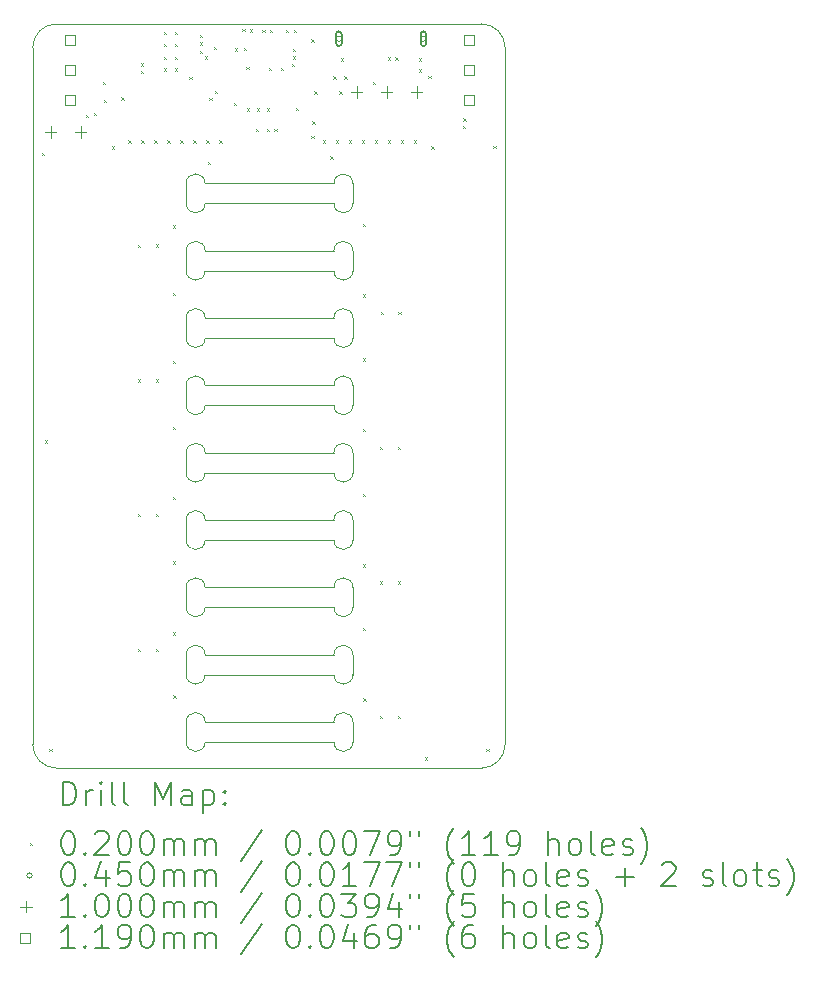
<source format=gbr>
%TF.GenerationSoftware,KiCad,Pcbnew,(6.0.7)*%
%TF.CreationDate,2022-10-27T11:39:42+02:00*%
%TF.ProjectId,FluidPresenceSensor,466c7569-6450-4726-9573-656e63655365,rev?*%
%TF.SameCoordinates,Original*%
%TF.FileFunction,Drillmap*%
%TF.FilePolarity,Positive*%
%FSLAX45Y45*%
G04 Gerber Fmt 4.5, Leading zero omitted, Abs format (unit mm)*
G04 Created by KiCad (PCBNEW (6.0.7)) date 2022-10-27 11:39:42*
%MOMM*%
%LPD*%
G01*
G04 APERTURE LIST*
%ADD10C,0.100000*%
%ADD11C,0.200000*%
%ADD12C,0.020000*%
%ADD13C,0.045000*%
%ADD14C,0.119000*%
G04 APERTURE END LIST*
D10*
X8800000Y-5660000D02*
G75*
G03*
X8960000Y-5660000I80000J0D01*
G01*
X10210000Y-8910000D02*
G75*
G03*
X10050000Y-8910000I-80000J0D01*
G01*
X10210000Y-7200000D02*
G75*
G03*
X10050000Y-7200000I-80000J0D01*
G01*
X7700000Y-3000000D02*
G75*
G03*
X7500000Y-3200000I0J-200000D01*
G01*
X8800000Y-7940000D02*
X8800000Y-7770000D01*
X8960000Y-4350000D02*
X10050000Y-4350000D01*
X10210000Y-4350000D02*
G75*
G03*
X10050000Y-4350000I-80000J0D01*
G01*
X10050000Y-6800000D02*
G75*
G03*
X10210000Y-6800000I80000J0D01*
G01*
X10050000Y-5660000D02*
G75*
G03*
X10210000Y-5660000I80000J0D01*
G01*
X8960000Y-7200000D02*
G75*
G03*
X8800000Y-7200000I-80000J0D01*
G01*
X8960000Y-7770000D02*
X10050000Y-7770000D01*
X8960000Y-7770000D02*
G75*
G03*
X8800000Y-7770000I-80000J0D01*
G01*
X10210000Y-4350000D02*
X10210000Y-4520000D01*
X8800000Y-6800000D02*
X8800000Y-6630000D01*
X8800000Y-6230000D02*
G75*
G03*
X8960000Y-6230000I80000J0D01*
G01*
X10050000Y-9080000D02*
G75*
G03*
X10210000Y-9080000I80000J0D01*
G01*
X10210000Y-6060000D02*
X10210000Y-6230000D01*
X10210000Y-6060000D02*
G75*
G03*
X10050000Y-6060000I-80000J0D01*
G01*
X10210000Y-8340000D02*
G75*
G03*
X10050000Y-8340000I-80000J0D01*
G01*
X10050000Y-6230000D02*
X8960000Y-6230000D01*
X10050000Y-7940000D02*
X8960000Y-7940000D01*
X7700000Y-3000000D02*
X11300000Y-3000000D01*
X11500000Y-3200000D02*
G75*
G03*
X11300000Y-3000000I-200000J0D01*
G01*
X8960000Y-6060000D02*
X10050000Y-6060000D01*
X10050000Y-7370000D02*
G75*
G03*
X10210000Y-7370000I80000J0D01*
G01*
X10050000Y-5090000D02*
G75*
G03*
X10210000Y-5090000I80000J0D01*
G01*
X7500000Y-9100000D02*
G75*
G03*
X7700000Y-9300000I200000J0D01*
G01*
X10210000Y-6630000D02*
G75*
G03*
X10050000Y-6630000I-80000J0D01*
G01*
X8800000Y-8510000D02*
G75*
G03*
X8960000Y-8510000I80000J0D01*
G01*
X8960000Y-4350000D02*
G75*
G03*
X8800000Y-4350000I-80000J0D01*
G01*
X11500000Y-9100000D02*
X11500000Y-3200000D01*
X8960000Y-5490000D02*
G75*
G03*
X8800000Y-5490000I-80000J0D01*
G01*
X10050000Y-5090000D02*
X8960000Y-5090000D01*
X8800000Y-5090000D02*
X8800000Y-4920000D01*
X8800000Y-7370000D02*
X8800000Y-7200000D01*
X10210000Y-6630000D02*
X10210000Y-6800000D01*
X8960000Y-4920000D02*
X10050000Y-4920000D01*
X10210000Y-4920000D02*
G75*
G03*
X10050000Y-4920000I-80000J0D01*
G01*
X10050000Y-7940000D02*
G75*
G03*
X10210000Y-7940000I80000J0D01*
G01*
X10050000Y-8510000D02*
X8960000Y-8510000D01*
X10050000Y-7370000D02*
X8960000Y-7370000D01*
X10050000Y-8510000D02*
G75*
G03*
X10210000Y-8510000I80000J0D01*
G01*
X8960000Y-8340000D02*
X10050000Y-8340000D01*
X8800000Y-4520000D02*
X8800000Y-4350000D01*
X8960000Y-8910000D02*
X10050000Y-8910000D01*
X10050000Y-9080000D02*
X8960000Y-9080000D01*
X10050000Y-6230000D02*
G75*
G03*
X10210000Y-6230000I80000J0D01*
G01*
X10050000Y-4520000D02*
X8960000Y-4520000D01*
X8800000Y-5090000D02*
G75*
G03*
X8960000Y-5090000I80000J0D01*
G01*
X8960000Y-6630000D02*
X10050000Y-6630000D01*
X8800000Y-6230000D02*
X8800000Y-6060000D01*
X8800000Y-4520000D02*
G75*
G03*
X8960000Y-4520000I80000J0D01*
G01*
X10210000Y-8340000D02*
X10210000Y-8510000D01*
X8800000Y-8510000D02*
X8800000Y-8340000D01*
X10210000Y-5490000D02*
X10210000Y-5660000D01*
X8800000Y-9080000D02*
G75*
G03*
X8960000Y-9080000I80000J0D01*
G01*
X8960000Y-6060000D02*
G75*
G03*
X8800000Y-6060000I-80000J0D01*
G01*
X7700000Y-9300000D02*
X11300000Y-9300000D01*
X10210000Y-7200000D02*
X10210000Y-7370000D01*
X8800000Y-7370000D02*
G75*
G03*
X8960000Y-7370000I80000J0D01*
G01*
X8800000Y-7940000D02*
G75*
G03*
X8960000Y-7940000I80000J0D01*
G01*
X8800000Y-9080000D02*
X8800000Y-8910000D01*
X8960000Y-5490000D02*
X10050000Y-5490000D01*
X10210000Y-5490000D02*
G75*
G03*
X10050000Y-5490000I-80000J0D01*
G01*
X11300000Y-9300000D02*
G75*
G03*
X11500000Y-9100000I0J200000D01*
G01*
X8800000Y-5660000D02*
X8800000Y-5490000D01*
X10210000Y-7770000D02*
G75*
G03*
X10050000Y-7770000I-80000J0D01*
G01*
X8800000Y-6800000D02*
G75*
G03*
X8960000Y-6800000I80000J0D01*
G01*
X10210000Y-4920000D02*
X10210000Y-5090000D01*
X10210000Y-7770000D02*
X10210000Y-7940000D01*
X10210000Y-8910000D02*
X10210000Y-9080000D01*
X10050000Y-6800000D02*
X8960000Y-6800000D01*
X8960000Y-8340000D02*
G75*
G03*
X8800000Y-8340000I-80000J0D01*
G01*
X8960000Y-4920000D02*
G75*
G03*
X8800000Y-4920000I-80000J0D01*
G01*
X8960000Y-7200000D02*
X10050000Y-7200000D01*
X10050000Y-5660000D02*
X8960000Y-5660000D01*
X8960000Y-6630000D02*
G75*
G03*
X8800000Y-6630000I-80000J0D01*
G01*
X7500000Y-3200000D02*
X7500000Y-9100000D01*
X8960000Y-8910000D02*
G75*
G03*
X8800000Y-8910000I-80000J0D01*
G01*
X10050000Y-4520000D02*
G75*
G03*
X10210000Y-4520000I80000J0D01*
G01*
D11*
D12*
X7575000Y-4090000D02*
X7595000Y-4110000D01*
X7595000Y-4090000D02*
X7575000Y-4110000D01*
X7605000Y-6525000D02*
X7625000Y-6545000D01*
X7625000Y-6525000D02*
X7605000Y-6545000D01*
X7640000Y-9140000D02*
X7660000Y-9160000D01*
X7660000Y-9140000D02*
X7640000Y-9160000D01*
X7950000Y-3770000D02*
X7970000Y-3790000D01*
X7970000Y-3770000D02*
X7950000Y-3790000D01*
X8015000Y-3750000D02*
X8035000Y-3770000D01*
X8035000Y-3750000D02*
X8015000Y-3770000D01*
X8094850Y-3490000D02*
X8114850Y-3510000D01*
X8114850Y-3490000D02*
X8094850Y-3510000D01*
X8102357Y-3641000D02*
X8122357Y-3661000D01*
X8122357Y-3641000D02*
X8102357Y-3661000D01*
X8170000Y-4035000D02*
X8190000Y-4055000D01*
X8190000Y-4035000D02*
X8170000Y-4055000D01*
X8250000Y-3620000D02*
X8270000Y-3640000D01*
X8270000Y-3620000D02*
X8250000Y-3640000D01*
X8310000Y-3985000D02*
X8330000Y-4005000D01*
X8330000Y-3985000D02*
X8310000Y-4005000D01*
X8390000Y-4870000D02*
X8410000Y-4890000D01*
X8410000Y-4870000D02*
X8390000Y-4890000D01*
X8390000Y-6010000D02*
X8410000Y-6030000D01*
X8410000Y-6010000D02*
X8390000Y-6030000D01*
X8390000Y-7150000D02*
X8410000Y-7170000D01*
X8410000Y-7150000D02*
X8390000Y-7170000D01*
X8390000Y-8290000D02*
X8410000Y-8310000D01*
X8410000Y-8290000D02*
X8390000Y-8310000D01*
X8415000Y-3335000D02*
X8435000Y-3355000D01*
X8435000Y-3335000D02*
X8415000Y-3355000D01*
X8415000Y-3395000D02*
X8435000Y-3415000D01*
X8435000Y-3395000D02*
X8415000Y-3415000D01*
X8420000Y-3985000D02*
X8440000Y-4005000D01*
X8440000Y-3985000D02*
X8420000Y-4005000D01*
X8530000Y-3985000D02*
X8550000Y-4005000D01*
X8550000Y-3985000D02*
X8530000Y-4005000D01*
X8540000Y-4865000D02*
X8560000Y-4885000D01*
X8560000Y-4865000D02*
X8540000Y-4885000D01*
X8540000Y-6010000D02*
X8560000Y-6030000D01*
X8560000Y-6010000D02*
X8540000Y-6030000D01*
X8540000Y-7150000D02*
X8560000Y-7170000D01*
X8560000Y-7150000D02*
X8540000Y-7170000D01*
X8540000Y-8290000D02*
X8560000Y-8310000D01*
X8560000Y-8290000D02*
X8540000Y-8310000D01*
X8610000Y-3065000D02*
X8630000Y-3085000D01*
X8630000Y-3065000D02*
X8610000Y-3085000D01*
X8610000Y-3170000D02*
X8630000Y-3190000D01*
X8630000Y-3170000D02*
X8610000Y-3190000D01*
X8610000Y-3280000D02*
X8630000Y-3300000D01*
X8630000Y-3280000D02*
X8610000Y-3300000D01*
X8610000Y-3375000D02*
X8630000Y-3395000D01*
X8630000Y-3375000D02*
X8610000Y-3395000D01*
X8640000Y-3985000D02*
X8660000Y-4005000D01*
X8660000Y-3985000D02*
X8640000Y-4005000D01*
X8685000Y-4705000D02*
X8705000Y-4725000D01*
X8705000Y-4705000D02*
X8685000Y-4725000D01*
X8685000Y-5275000D02*
X8705000Y-5295000D01*
X8705000Y-5275000D02*
X8685000Y-5295000D01*
X8685000Y-5855000D02*
X8705000Y-5875000D01*
X8705000Y-5855000D02*
X8685000Y-5875000D01*
X8685000Y-6410000D02*
X8705000Y-6430000D01*
X8705000Y-6410000D02*
X8685000Y-6430000D01*
X8685000Y-7005000D02*
X8705000Y-7025000D01*
X8705000Y-7005000D02*
X8685000Y-7025000D01*
X8685000Y-7550000D02*
X8705000Y-7570000D01*
X8705000Y-7550000D02*
X8685000Y-7570000D01*
X8685000Y-8150000D02*
X8705000Y-8170000D01*
X8705000Y-8150000D02*
X8685000Y-8170000D01*
X8690000Y-8685000D02*
X8710000Y-8705000D01*
X8710000Y-8685000D02*
X8690000Y-8705000D01*
X8705000Y-3065000D02*
X8725000Y-3085000D01*
X8725000Y-3065000D02*
X8705000Y-3085000D01*
X8705000Y-3170000D02*
X8725000Y-3190000D01*
X8725000Y-3170000D02*
X8705000Y-3190000D01*
X8705000Y-3280000D02*
X8725000Y-3300000D01*
X8725000Y-3280000D02*
X8705000Y-3300000D01*
X8705000Y-3375000D02*
X8725000Y-3395000D01*
X8725000Y-3375000D02*
X8705000Y-3395000D01*
X8750000Y-3985000D02*
X8770000Y-4005000D01*
X8770000Y-3985000D02*
X8750000Y-4005000D01*
X8825000Y-3450000D02*
X8845000Y-3470000D01*
X8845000Y-3450000D02*
X8825000Y-3470000D01*
X8860000Y-3985000D02*
X8880000Y-4005000D01*
X8880000Y-3985000D02*
X8860000Y-4005000D01*
X8915000Y-3090000D02*
X8935000Y-3110000D01*
X8935000Y-3090000D02*
X8915000Y-3110000D01*
X8915000Y-3155000D02*
X8935000Y-3175000D01*
X8935000Y-3155000D02*
X8915000Y-3175000D01*
X8915000Y-3225000D02*
X8935000Y-3245000D01*
X8935000Y-3225000D02*
X8915000Y-3245000D01*
X8960000Y-3275000D02*
X8980000Y-3295000D01*
X8980000Y-3275000D02*
X8960000Y-3295000D01*
X8970000Y-3985000D02*
X8990000Y-4005000D01*
X8990000Y-3985000D02*
X8970000Y-4005000D01*
X8985000Y-4170000D02*
X9005000Y-4190000D01*
X9005000Y-4170000D02*
X8985000Y-4190000D01*
X8994850Y-3628131D02*
X9014850Y-3648131D01*
X9014850Y-3628131D02*
X8994850Y-3648131D01*
X9035000Y-3195000D02*
X9055000Y-3215000D01*
X9055000Y-3195000D02*
X9035000Y-3215000D01*
X9040000Y-3565000D02*
X9060000Y-3585000D01*
X9060000Y-3565000D02*
X9040000Y-3585000D01*
X9080000Y-3985000D02*
X9100000Y-4005000D01*
X9100000Y-3985000D02*
X9080000Y-4005000D01*
X9205000Y-3670000D02*
X9225000Y-3690000D01*
X9225000Y-3670000D02*
X9205000Y-3690000D01*
X9210000Y-3205000D02*
X9230000Y-3225000D01*
X9230000Y-3205000D02*
X9210000Y-3225000D01*
X9276113Y-3043887D02*
X9296113Y-3063887D01*
X9296113Y-3043887D02*
X9276113Y-3063887D01*
X9285000Y-3202650D02*
X9305000Y-3222650D01*
X9305000Y-3202650D02*
X9285000Y-3222650D01*
X9310000Y-3365000D02*
X9330000Y-3385000D01*
X9330000Y-3365000D02*
X9310000Y-3385000D01*
X9315000Y-3715000D02*
X9335000Y-3735000D01*
X9335000Y-3715000D02*
X9315000Y-3735000D01*
X9338742Y-3045526D02*
X9358742Y-3065526D01*
X9358742Y-3045526D02*
X9338742Y-3065526D01*
X9388613Y-3890600D02*
X9408613Y-3910600D01*
X9408613Y-3890600D02*
X9388613Y-3910600D01*
X9395000Y-3715000D02*
X9415000Y-3735000D01*
X9415000Y-3715000D02*
X9395000Y-3735000D01*
X9444148Y-3049996D02*
X9464148Y-3069996D01*
X9464148Y-3049996D02*
X9444148Y-3069996D01*
X9482350Y-3890150D02*
X9502350Y-3910150D01*
X9502350Y-3890150D02*
X9482350Y-3910150D01*
X9485000Y-3714000D02*
X9505000Y-3734000D01*
X9505000Y-3714000D02*
X9485000Y-3734000D01*
X9500000Y-3370000D02*
X9520000Y-3390000D01*
X9520000Y-3370000D02*
X9500000Y-3390000D01*
X9506798Y-3050300D02*
X9526798Y-3070300D01*
X9526798Y-3050300D02*
X9506798Y-3070300D01*
X9545000Y-3890150D02*
X9565000Y-3910150D01*
X9565000Y-3890150D02*
X9545000Y-3910150D01*
X9600000Y-3370000D02*
X9620000Y-3390000D01*
X9620000Y-3370000D02*
X9600000Y-3390000D01*
X9645000Y-3050000D02*
X9665000Y-3070000D01*
X9665000Y-3050000D02*
X9645000Y-3070000D01*
X9694336Y-3335865D02*
X9714336Y-3355865D01*
X9714336Y-3335865D02*
X9694336Y-3355865D01*
X9701387Y-3273613D02*
X9721387Y-3293613D01*
X9721387Y-3273613D02*
X9701387Y-3293613D01*
X9705000Y-3210000D02*
X9725000Y-3230000D01*
X9725000Y-3210000D02*
X9705000Y-3230000D01*
X9710000Y-3050000D02*
X9730000Y-3070000D01*
X9730000Y-3050000D02*
X9710000Y-3070000D01*
X9728623Y-3709656D02*
X9748623Y-3729656D01*
X9748623Y-3709656D02*
X9728623Y-3729656D01*
X9860000Y-3130000D02*
X9880000Y-3150000D01*
X9880000Y-3130000D02*
X9860000Y-3150000D01*
X9860000Y-3945000D02*
X9880000Y-3965000D01*
X9880000Y-3945000D02*
X9860000Y-3965000D01*
X9866113Y-3824400D02*
X9886113Y-3844400D01*
X9886113Y-3824400D02*
X9866113Y-3844400D01*
X9885000Y-3570000D02*
X9905000Y-3590000D01*
X9905000Y-3570000D02*
X9885000Y-3590000D01*
X9955000Y-3985000D02*
X9975000Y-4005000D01*
X9975000Y-3985000D02*
X9955000Y-4005000D01*
X10020000Y-4120000D02*
X10040000Y-4140000D01*
X10040000Y-4120000D02*
X10020000Y-4140000D01*
X10045000Y-3445000D02*
X10065000Y-3465000D01*
X10065000Y-3445000D02*
X10045000Y-3465000D01*
X10065000Y-3985000D02*
X10085000Y-4005000D01*
X10085000Y-3985000D02*
X10065000Y-4005000D01*
X10096180Y-3569630D02*
X10116180Y-3589630D01*
X10116180Y-3569630D02*
X10096180Y-3589630D01*
X10110000Y-3290000D02*
X10130000Y-3310000D01*
X10130000Y-3290000D02*
X10110000Y-3310000D01*
X10138887Y-3444000D02*
X10158887Y-3464000D01*
X10158887Y-3444000D02*
X10138887Y-3464000D01*
X10175000Y-3985000D02*
X10195000Y-4005000D01*
X10195000Y-3985000D02*
X10175000Y-4005000D01*
X10285000Y-3985000D02*
X10305000Y-4005000D01*
X10305000Y-3985000D02*
X10285000Y-4005000D01*
X10295000Y-4695000D02*
X10315000Y-4715000D01*
X10315000Y-4695000D02*
X10295000Y-4715000D01*
X10295000Y-5290000D02*
X10315000Y-5310000D01*
X10315000Y-5290000D02*
X10295000Y-5310000D01*
X10295000Y-5830000D02*
X10315000Y-5850000D01*
X10315000Y-5830000D02*
X10295000Y-5850000D01*
X10295000Y-6430000D02*
X10315000Y-6450000D01*
X10315000Y-6430000D02*
X10295000Y-6450000D01*
X10295000Y-6980000D02*
X10315000Y-7000000D01*
X10315000Y-6980000D02*
X10295000Y-7000000D01*
X10295000Y-7575000D02*
X10315000Y-7595000D01*
X10315000Y-7575000D02*
X10295000Y-7595000D01*
X10295000Y-8115000D02*
X10315000Y-8135000D01*
X10315000Y-8115000D02*
X10295000Y-8135000D01*
X10300000Y-8710000D02*
X10320000Y-8730000D01*
X10320000Y-8710000D02*
X10300000Y-8730000D01*
X10381089Y-3489078D02*
X10401089Y-3509078D01*
X10401089Y-3489078D02*
X10381089Y-3509078D01*
X10395000Y-3985000D02*
X10415000Y-4005000D01*
X10415000Y-3985000D02*
X10395000Y-4005000D01*
X10440000Y-6580000D02*
X10460000Y-6600000D01*
X10460000Y-6580000D02*
X10440000Y-6600000D01*
X10440000Y-7720000D02*
X10460000Y-7740000D01*
X10460000Y-7720000D02*
X10440000Y-7740000D01*
X10440000Y-8860000D02*
X10460000Y-8880000D01*
X10460000Y-8860000D02*
X10440000Y-8880000D01*
X10445000Y-5440000D02*
X10465000Y-5460000D01*
X10465000Y-5440000D02*
X10445000Y-5460000D01*
X10505000Y-3284000D02*
X10525000Y-3304000D01*
X10525000Y-3284000D02*
X10505000Y-3304000D01*
X10505000Y-3985000D02*
X10525000Y-4005000D01*
X10525000Y-3985000D02*
X10505000Y-4005000D01*
X10570000Y-3284000D02*
X10590000Y-3304000D01*
X10590000Y-3284000D02*
X10570000Y-3304000D01*
X10590000Y-6580000D02*
X10610000Y-6600000D01*
X10610000Y-6580000D02*
X10590000Y-6600000D01*
X10590000Y-7720000D02*
X10610000Y-7740000D01*
X10610000Y-7720000D02*
X10590000Y-7740000D01*
X10590000Y-8860000D02*
X10610000Y-8880000D01*
X10610000Y-8860000D02*
X10590000Y-8880000D01*
X10595000Y-5440000D02*
X10615000Y-5460000D01*
X10615000Y-5440000D02*
X10595000Y-5460000D01*
X10615000Y-3985000D02*
X10635000Y-4005000D01*
X10635000Y-3985000D02*
X10615000Y-4005000D01*
X10725000Y-3985000D02*
X10745000Y-4005000D01*
X10745000Y-3985000D02*
X10725000Y-4005000D01*
X10770000Y-3290000D02*
X10790000Y-3310000D01*
X10790000Y-3290000D02*
X10770000Y-3310000D01*
X10770000Y-3385000D02*
X10790000Y-3405000D01*
X10790000Y-3385000D02*
X10770000Y-3405000D01*
X10820000Y-9210000D02*
X10840000Y-9230000D01*
X10840000Y-9210000D02*
X10820000Y-9230000D01*
X10850000Y-3440000D02*
X10870000Y-3460000D01*
X10870000Y-3440000D02*
X10850000Y-3460000D01*
X10875000Y-4035000D02*
X10895000Y-4055000D01*
X10895000Y-4035000D02*
X10875000Y-4055000D01*
X11140000Y-3865000D02*
X11160000Y-3885000D01*
X11160000Y-3865000D02*
X11140000Y-3885000D01*
X11145000Y-3800000D02*
X11165000Y-3820000D01*
X11165000Y-3800000D02*
X11145000Y-3820000D01*
X11340000Y-9140000D02*
X11360000Y-9160000D01*
X11360000Y-9140000D02*
X11340000Y-9160000D01*
X11400000Y-4030000D02*
X11420000Y-4050000D01*
X11420000Y-4030000D02*
X11400000Y-4050000D01*
D13*
X10115000Y-3125000D02*
G75*
G03*
X10115000Y-3125000I-22500J0D01*
G01*
D11*
X10115000Y-3165000D02*
X10115000Y-3085000D01*
X10070000Y-3165000D02*
X10070000Y-3085000D01*
X10115000Y-3085000D02*
G75*
G03*
X10070000Y-3085000I-22500J0D01*
G01*
X10070000Y-3165000D02*
G75*
G03*
X10115000Y-3165000I22500J0D01*
G01*
D13*
X10830000Y-3125000D02*
G75*
G03*
X10830000Y-3125000I-22500J0D01*
G01*
D11*
X10785000Y-3085000D02*
X10785000Y-3165000D01*
X10830000Y-3085000D02*
X10830000Y-3165000D01*
X10785000Y-3165000D02*
G75*
G03*
X10830000Y-3165000I22500J0D01*
G01*
X10830000Y-3085000D02*
G75*
G03*
X10785000Y-3085000I-22500J0D01*
G01*
D10*
X7651000Y-3867500D02*
X7651000Y-3967500D01*
X7601000Y-3917500D02*
X7701000Y-3917500D01*
X7905000Y-3867500D02*
X7905000Y-3967500D01*
X7855000Y-3917500D02*
X7955000Y-3917500D01*
X10242000Y-3525000D02*
X10242000Y-3625000D01*
X10192000Y-3575000D02*
X10292000Y-3575000D01*
X10496000Y-3525000D02*
X10496000Y-3625000D01*
X10446000Y-3575000D02*
X10546000Y-3575000D01*
X10750000Y-3525000D02*
X10750000Y-3625000D01*
X10700000Y-3575000D02*
X10800000Y-3575000D01*
D14*
X7859073Y-3178073D02*
X7859073Y-3093927D01*
X7774927Y-3093927D01*
X7774927Y-3178073D01*
X7859073Y-3178073D01*
X7859073Y-3432073D02*
X7859073Y-3347927D01*
X7774927Y-3347927D01*
X7774927Y-3432073D01*
X7859073Y-3432073D01*
X7859073Y-3686073D02*
X7859073Y-3601927D01*
X7774927Y-3601927D01*
X7774927Y-3686073D01*
X7859073Y-3686073D01*
X11234073Y-3178073D02*
X11234073Y-3093927D01*
X11149927Y-3093927D01*
X11149927Y-3178073D01*
X11234073Y-3178073D01*
X11234073Y-3432073D02*
X11234073Y-3347927D01*
X11149927Y-3347927D01*
X11149927Y-3432073D01*
X11234073Y-3432073D01*
X11234073Y-3686073D02*
X11234073Y-3601927D01*
X11149927Y-3601927D01*
X11149927Y-3686073D01*
X11234073Y-3686073D01*
D11*
X7752619Y-9615476D02*
X7752619Y-9415476D01*
X7800238Y-9415476D01*
X7828809Y-9425000D01*
X7847857Y-9444048D01*
X7857381Y-9463095D01*
X7866905Y-9501190D01*
X7866905Y-9529762D01*
X7857381Y-9567857D01*
X7847857Y-9586905D01*
X7828809Y-9605952D01*
X7800238Y-9615476D01*
X7752619Y-9615476D01*
X7952619Y-9615476D02*
X7952619Y-9482143D01*
X7952619Y-9520238D02*
X7962143Y-9501190D01*
X7971667Y-9491667D01*
X7990714Y-9482143D01*
X8009762Y-9482143D01*
X8076428Y-9615476D02*
X8076428Y-9482143D01*
X8076428Y-9415476D02*
X8066905Y-9425000D01*
X8076428Y-9434524D01*
X8085952Y-9425000D01*
X8076428Y-9415476D01*
X8076428Y-9434524D01*
X8200238Y-9615476D02*
X8181190Y-9605952D01*
X8171667Y-9586905D01*
X8171667Y-9415476D01*
X8305000Y-9615476D02*
X8285952Y-9605952D01*
X8276428Y-9586905D01*
X8276428Y-9415476D01*
X8533571Y-9615476D02*
X8533571Y-9415476D01*
X8600238Y-9558333D01*
X8666905Y-9415476D01*
X8666905Y-9615476D01*
X8847857Y-9615476D02*
X8847857Y-9510714D01*
X8838333Y-9491667D01*
X8819286Y-9482143D01*
X8781190Y-9482143D01*
X8762143Y-9491667D01*
X8847857Y-9605952D02*
X8828810Y-9615476D01*
X8781190Y-9615476D01*
X8762143Y-9605952D01*
X8752619Y-9586905D01*
X8752619Y-9567857D01*
X8762143Y-9548810D01*
X8781190Y-9539286D01*
X8828810Y-9539286D01*
X8847857Y-9529762D01*
X8943095Y-9482143D02*
X8943095Y-9682143D01*
X8943095Y-9491667D02*
X8962143Y-9482143D01*
X9000238Y-9482143D01*
X9019286Y-9491667D01*
X9028810Y-9501190D01*
X9038333Y-9520238D01*
X9038333Y-9577381D01*
X9028810Y-9596429D01*
X9019286Y-9605952D01*
X9000238Y-9615476D01*
X8962143Y-9615476D01*
X8943095Y-9605952D01*
X9124048Y-9596429D02*
X9133571Y-9605952D01*
X9124048Y-9615476D01*
X9114524Y-9605952D01*
X9124048Y-9596429D01*
X9124048Y-9615476D01*
X9124048Y-9491667D02*
X9133571Y-9501190D01*
X9124048Y-9510714D01*
X9114524Y-9501190D01*
X9124048Y-9491667D01*
X9124048Y-9510714D01*
D12*
X7475000Y-9935000D02*
X7495000Y-9955000D01*
X7495000Y-9935000D02*
X7475000Y-9955000D01*
D11*
X7790714Y-9835476D02*
X7809762Y-9835476D01*
X7828809Y-9845000D01*
X7838333Y-9854524D01*
X7847857Y-9873571D01*
X7857381Y-9911667D01*
X7857381Y-9959286D01*
X7847857Y-9997381D01*
X7838333Y-10016429D01*
X7828809Y-10025952D01*
X7809762Y-10035476D01*
X7790714Y-10035476D01*
X7771667Y-10025952D01*
X7762143Y-10016429D01*
X7752619Y-9997381D01*
X7743095Y-9959286D01*
X7743095Y-9911667D01*
X7752619Y-9873571D01*
X7762143Y-9854524D01*
X7771667Y-9845000D01*
X7790714Y-9835476D01*
X7943095Y-10016429D02*
X7952619Y-10025952D01*
X7943095Y-10035476D01*
X7933571Y-10025952D01*
X7943095Y-10016429D01*
X7943095Y-10035476D01*
X8028809Y-9854524D02*
X8038333Y-9845000D01*
X8057381Y-9835476D01*
X8105000Y-9835476D01*
X8124048Y-9845000D01*
X8133571Y-9854524D01*
X8143095Y-9873571D01*
X8143095Y-9892619D01*
X8133571Y-9921190D01*
X8019286Y-10035476D01*
X8143095Y-10035476D01*
X8266905Y-9835476D02*
X8285952Y-9835476D01*
X8305000Y-9845000D01*
X8314524Y-9854524D01*
X8324048Y-9873571D01*
X8333571Y-9911667D01*
X8333571Y-9959286D01*
X8324048Y-9997381D01*
X8314524Y-10016429D01*
X8305000Y-10025952D01*
X8285952Y-10035476D01*
X8266905Y-10035476D01*
X8247857Y-10025952D01*
X8238333Y-10016429D01*
X8228809Y-9997381D01*
X8219286Y-9959286D01*
X8219286Y-9911667D01*
X8228809Y-9873571D01*
X8238333Y-9854524D01*
X8247857Y-9845000D01*
X8266905Y-9835476D01*
X8457381Y-9835476D02*
X8476429Y-9835476D01*
X8495476Y-9845000D01*
X8505000Y-9854524D01*
X8514524Y-9873571D01*
X8524048Y-9911667D01*
X8524048Y-9959286D01*
X8514524Y-9997381D01*
X8505000Y-10016429D01*
X8495476Y-10025952D01*
X8476429Y-10035476D01*
X8457381Y-10035476D01*
X8438333Y-10025952D01*
X8428810Y-10016429D01*
X8419286Y-9997381D01*
X8409762Y-9959286D01*
X8409762Y-9911667D01*
X8419286Y-9873571D01*
X8428810Y-9854524D01*
X8438333Y-9845000D01*
X8457381Y-9835476D01*
X8609762Y-10035476D02*
X8609762Y-9902143D01*
X8609762Y-9921190D02*
X8619286Y-9911667D01*
X8638333Y-9902143D01*
X8666905Y-9902143D01*
X8685952Y-9911667D01*
X8695476Y-9930714D01*
X8695476Y-10035476D01*
X8695476Y-9930714D02*
X8705000Y-9911667D01*
X8724048Y-9902143D01*
X8752619Y-9902143D01*
X8771667Y-9911667D01*
X8781190Y-9930714D01*
X8781190Y-10035476D01*
X8876429Y-10035476D02*
X8876429Y-9902143D01*
X8876429Y-9921190D02*
X8885952Y-9911667D01*
X8905000Y-9902143D01*
X8933571Y-9902143D01*
X8952619Y-9911667D01*
X8962143Y-9930714D01*
X8962143Y-10035476D01*
X8962143Y-9930714D02*
X8971667Y-9911667D01*
X8990714Y-9902143D01*
X9019286Y-9902143D01*
X9038333Y-9911667D01*
X9047857Y-9930714D01*
X9047857Y-10035476D01*
X9438333Y-9825952D02*
X9266905Y-10083095D01*
X9695476Y-9835476D02*
X9714524Y-9835476D01*
X9733571Y-9845000D01*
X9743095Y-9854524D01*
X9752619Y-9873571D01*
X9762143Y-9911667D01*
X9762143Y-9959286D01*
X9752619Y-9997381D01*
X9743095Y-10016429D01*
X9733571Y-10025952D01*
X9714524Y-10035476D01*
X9695476Y-10035476D01*
X9676429Y-10025952D01*
X9666905Y-10016429D01*
X9657381Y-9997381D01*
X9647857Y-9959286D01*
X9647857Y-9911667D01*
X9657381Y-9873571D01*
X9666905Y-9854524D01*
X9676429Y-9845000D01*
X9695476Y-9835476D01*
X9847857Y-10016429D02*
X9857381Y-10025952D01*
X9847857Y-10035476D01*
X9838333Y-10025952D01*
X9847857Y-10016429D01*
X9847857Y-10035476D01*
X9981190Y-9835476D02*
X10000238Y-9835476D01*
X10019286Y-9845000D01*
X10028810Y-9854524D01*
X10038333Y-9873571D01*
X10047857Y-9911667D01*
X10047857Y-9959286D01*
X10038333Y-9997381D01*
X10028810Y-10016429D01*
X10019286Y-10025952D01*
X10000238Y-10035476D01*
X9981190Y-10035476D01*
X9962143Y-10025952D01*
X9952619Y-10016429D01*
X9943095Y-9997381D01*
X9933571Y-9959286D01*
X9933571Y-9911667D01*
X9943095Y-9873571D01*
X9952619Y-9854524D01*
X9962143Y-9845000D01*
X9981190Y-9835476D01*
X10171667Y-9835476D02*
X10190714Y-9835476D01*
X10209762Y-9845000D01*
X10219286Y-9854524D01*
X10228810Y-9873571D01*
X10238333Y-9911667D01*
X10238333Y-9959286D01*
X10228810Y-9997381D01*
X10219286Y-10016429D01*
X10209762Y-10025952D01*
X10190714Y-10035476D01*
X10171667Y-10035476D01*
X10152619Y-10025952D01*
X10143095Y-10016429D01*
X10133571Y-9997381D01*
X10124048Y-9959286D01*
X10124048Y-9911667D01*
X10133571Y-9873571D01*
X10143095Y-9854524D01*
X10152619Y-9845000D01*
X10171667Y-9835476D01*
X10305000Y-9835476D02*
X10438333Y-9835476D01*
X10352619Y-10035476D01*
X10524048Y-10035476D02*
X10562143Y-10035476D01*
X10581190Y-10025952D01*
X10590714Y-10016429D01*
X10609762Y-9987857D01*
X10619286Y-9949762D01*
X10619286Y-9873571D01*
X10609762Y-9854524D01*
X10600238Y-9845000D01*
X10581190Y-9835476D01*
X10543095Y-9835476D01*
X10524048Y-9845000D01*
X10514524Y-9854524D01*
X10505000Y-9873571D01*
X10505000Y-9921190D01*
X10514524Y-9940238D01*
X10524048Y-9949762D01*
X10543095Y-9959286D01*
X10581190Y-9959286D01*
X10600238Y-9949762D01*
X10609762Y-9940238D01*
X10619286Y-9921190D01*
X10695476Y-9835476D02*
X10695476Y-9873571D01*
X10771667Y-9835476D02*
X10771667Y-9873571D01*
X11066905Y-10111667D02*
X11057381Y-10102143D01*
X11038333Y-10073571D01*
X11028810Y-10054524D01*
X11019286Y-10025952D01*
X11009762Y-9978333D01*
X11009762Y-9940238D01*
X11019286Y-9892619D01*
X11028810Y-9864048D01*
X11038333Y-9845000D01*
X11057381Y-9816429D01*
X11066905Y-9806905D01*
X11247857Y-10035476D02*
X11133571Y-10035476D01*
X11190714Y-10035476D02*
X11190714Y-9835476D01*
X11171667Y-9864048D01*
X11152619Y-9883095D01*
X11133571Y-9892619D01*
X11438333Y-10035476D02*
X11324048Y-10035476D01*
X11381190Y-10035476D02*
X11381190Y-9835476D01*
X11362143Y-9864048D01*
X11343095Y-9883095D01*
X11324048Y-9892619D01*
X11533571Y-10035476D02*
X11571667Y-10035476D01*
X11590714Y-10025952D01*
X11600238Y-10016429D01*
X11619286Y-9987857D01*
X11628809Y-9949762D01*
X11628809Y-9873571D01*
X11619286Y-9854524D01*
X11609762Y-9845000D01*
X11590714Y-9835476D01*
X11552619Y-9835476D01*
X11533571Y-9845000D01*
X11524048Y-9854524D01*
X11514524Y-9873571D01*
X11514524Y-9921190D01*
X11524048Y-9940238D01*
X11533571Y-9949762D01*
X11552619Y-9959286D01*
X11590714Y-9959286D01*
X11609762Y-9949762D01*
X11619286Y-9940238D01*
X11628809Y-9921190D01*
X11866905Y-10035476D02*
X11866905Y-9835476D01*
X11952619Y-10035476D02*
X11952619Y-9930714D01*
X11943095Y-9911667D01*
X11924048Y-9902143D01*
X11895476Y-9902143D01*
X11876428Y-9911667D01*
X11866905Y-9921190D01*
X12076428Y-10035476D02*
X12057381Y-10025952D01*
X12047857Y-10016429D01*
X12038333Y-9997381D01*
X12038333Y-9940238D01*
X12047857Y-9921190D01*
X12057381Y-9911667D01*
X12076428Y-9902143D01*
X12105000Y-9902143D01*
X12124048Y-9911667D01*
X12133571Y-9921190D01*
X12143095Y-9940238D01*
X12143095Y-9997381D01*
X12133571Y-10016429D01*
X12124048Y-10025952D01*
X12105000Y-10035476D01*
X12076428Y-10035476D01*
X12257381Y-10035476D02*
X12238333Y-10025952D01*
X12228809Y-10006905D01*
X12228809Y-9835476D01*
X12409762Y-10025952D02*
X12390714Y-10035476D01*
X12352619Y-10035476D01*
X12333571Y-10025952D01*
X12324048Y-10006905D01*
X12324048Y-9930714D01*
X12333571Y-9911667D01*
X12352619Y-9902143D01*
X12390714Y-9902143D01*
X12409762Y-9911667D01*
X12419286Y-9930714D01*
X12419286Y-9949762D01*
X12324048Y-9968810D01*
X12495476Y-10025952D02*
X12514524Y-10035476D01*
X12552619Y-10035476D01*
X12571667Y-10025952D01*
X12581190Y-10006905D01*
X12581190Y-9997381D01*
X12571667Y-9978333D01*
X12552619Y-9968810D01*
X12524048Y-9968810D01*
X12505000Y-9959286D01*
X12495476Y-9940238D01*
X12495476Y-9930714D01*
X12505000Y-9911667D01*
X12524048Y-9902143D01*
X12552619Y-9902143D01*
X12571667Y-9911667D01*
X12647857Y-10111667D02*
X12657381Y-10102143D01*
X12676428Y-10073571D01*
X12685952Y-10054524D01*
X12695476Y-10025952D01*
X12705000Y-9978333D01*
X12705000Y-9940238D01*
X12695476Y-9892619D01*
X12685952Y-9864048D01*
X12676428Y-9845000D01*
X12657381Y-9816429D01*
X12647857Y-9806905D01*
D13*
X7495000Y-10209000D02*
G75*
G03*
X7495000Y-10209000I-22500J0D01*
G01*
D11*
X7790714Y-10099476D02*
X7809762Y-10099476D01*
X7828809Y-10109000D01*
X7838333Y-10118524D01*
X7847857Y-10137571D01*
X7857381Y-10175667D01*
X7857381Y-10223286D01*
X7847857Y-10261381D01*
X7838333Y-10280429D01*
X7828809Y-10289952D01*
X7809762Y-10299476D01*
X7790714Y-10299476D01*
X7771667Y-10289952D01*
X7762143Y-10280429D01*
X7752619Y-10261381D01*
X7743095Y-10223286D01*
X7743095Y-10175667D01*
X7752619Y-10137571D01*
X7762143Y-10118524D01*
X7771667Y-10109000D01*
X7790714Y-10099476D01*
X7943095Y-10280429D02*
X7952619Y-10289952D01*
X7943095Y-10299476D01*
X7933571Y-10289952D01*
X7943095Y-10280429D01*
X7943095Y-10299476D01*
X8124048Y-10166143D02*
X8124048Y-10299476D01*
X8076428Y-10089952D02*
X8028809Y-10232810D01*
X8152619Y-10232810D01*
X8324048Y-10099476D02*
X8228809Y-10099476D01*
X8219286Y-10194714D01*
X8228809Y-10185190D01*
X8247857Y-10175667D01*
X8295476Y-10175667D01*
X8314524Y-10185190D01*
X8324048Y-10194714D01*
X8333571Y-10213762D01*
X8333571Y-10261381D01*
X8324048Y-10280429D01*
X8314524Y-10289952D01*
X8295476Y-10299476D01*
X8247857Y-10299476D01*
X8228809Y-10289952D01*
X8219286Y-10280429D01*
X8457381Y-10099476D02*
X8476429Y-10099476D01*
X8495476Y-10109000D01*
X8505000Y-10118524D01*
X8514524Y-10137571D01*
X8524048Y-10175667D01*
X8524048Y-10223286D01*
X8514524Y-10261381D01*
X8505000Y-10280429D01*
X8495476Y-10289952D01*
X8476429Y-10299476D01*
X8457381Y-10299476D01*
X8438333Y-10289952D01*
X8428810Y-10280429D01*
X8419286Y-10261381D01*
X8409762Y-10223286D01*
X8409762Y-10175667D01*
X8419286Y-10137571D01*
X8428810Y-10118524D01*
X8438333Y-10109000D01*
X8457381Y-10099476D01*
X8609762Y-10299476D02*
X8609762Y-10166143D01*
X8609762Y-10185190D02*
X8619286Y-10175667D01*
X8638333Y-10166143D01*
X8666905Y-10166143D01*
X8685952Y-10175667D01*
X8695476Y-10194714D01*
X8695476Y-10299476D01*
X8695476Y-10194714D02*
X8705000Y-10175667D01*
X8724048Y-10166143D01*
X8752619Y-10166143D01*
X8771667Y-10175667D01*
X8781190Y-10194714D01*
X8781190Y-10299476D01*
X8876429Y-10299476D02*
X8876429Y-10166143D01*
X8876429Y-10185190D02*
X8885952Y-10175667D01*
X8905000Y-10166143D01*
X8933571Y-10166143D01*
X8952619Y-10175667D01*
X8962143Y-10194714D01*
X8962143Y-10299476D01*
X8962143Y-10194714D02*
X8971667Y-10175667D01*
X8990714Y-10166143D01*
X9019286Y-10166143D01*
X9038333Y-10175667D01*
X9047857Y-10194714D01*
X9047857Y-10299476D01*
X9438333Y-10089952D02*
X9266905Y-10347095D01*
X9695476Y-10099476D02*
X9714524Y-10099476D01*
X9733571Y-10109000D01*
X9743095Y-10118524D01*
X9752619Y-10137571D01*
X9762143Y-10175667D01*
X9762143Y-10223286D01*
X9752619Y-10261381D01*
X9743095Y-10280429D01*
X9733571Y-10289952D01*
X9714524Y-10299476D01*
X9695476Y-10299476D01*
X9676429Y-10289952D01*
X9666905Y-10280429D01*
X9657381Y-10261381D01*
X9647857Y-10223286D01*
X9647857Y-10175667D01*
X9657381Y-10137571D01*
X9666905Y-10118524D01*
X9676429Y-10109000D01*
X9695476Y-10099476D01*
X9847857Y-10280429D02*
X9857381Y-10289952D01*
X9847857Y-10299476D01*
X9838333Y-10289952D01*
X9847857Y-10280429D01*
X9847857Y-10299476D01*
X9981190Y-10099476D02*
X10000238Y-10099476D01*
X10019286Y-10109000D01*
X10028810Y-10118524D01*
X10038333Y-10137571D01*
X10047857Y-10175667D01*
X10047857Y-10223286D01*
X10038333Y-10261381D01*
X10028810Y-10280429D01*
X10019286Y-10289952D01*
X10000238Y-10299476D01*
X9981190Y-10299476D01*
X9962143Y-10289952D01*
X9952619Y-10280429D01*
X9943095Y-10261381D01*
X9933571Y-10223286D01*
X9933571Y-10175667D01*
X9943095Y-10137571D01*
X9952619Y-10118524D01*
X9962143Y-10109000D01*
X9981190Y-10099476D01*
X10238333Y-10299476D02*
X10124048Y-10299476D01*
X10181190Y-10299476D02*
X10181190Y-10099476D01*
X10162143Y-10128048D01*
X10143095Y-10147095D01*
X10124048Y-10156619D01*
X10305000Y-10099476D02*
X10438333Y-10099476D01*
X10352619Y-10299476D01*
X10495476Y-10099476D02*
X10628810Y-10099476D01*
X10543095Y-10299476D01*
X10695476Y-10099476D02*
X10695476Y-10137571D01*
X10771667Y-10099476D02*
X10771667Y-10137571D01*
X11066905Y-10375667D02*
X11057381Y-10366143D01*
X11038333Y-10337571D01*
X11028810Y-10318524D01*
X11019286Y-10289952D01*
X11009762Y-10242333D01*
X11009762Y-10204238D01*
X11019286Y-10156619D01*
X11028810Y-10128048D01*
X11038333Y-10109000D01*
X11057381Y-10080429D01*
X11066905Y-10070905D01*
X11181190Y-10099476D02*
X11200238Y-10099476D01*
X11219286Y-10109000D01*
X11228809Y-10118524D01*
X11238333Y-10137571D01*
X11247857Y-10175667D01*
X11247857Y-10223286D01*
X11238333Y-10261381D01*
X11228809Y-10280429D01*
X11219286Y-10289952D01*
X11200238Y-10299476D01*
X11181190Y-10299476D01*
X11162143Y-10289952D01*
X11152619Y-10280429D01*
X11143095Y-10261381D01*
X11133571Y-10223286D01*
X11133571Y-10175667D01*
X11143095Y-10137571D01*
X11152619Y-10118524D01*
X11162143Y-10109000D01*
X11181190Y-10099476D01*
X11485952Y-10299476D02*
X11485952Y-10099476D01*
X11571667Y-10299476D02*
X11571667Y-10194714D01*
X11562143Y-10175667D01*
X11543095Y-10166143D01*
X11514524Y-10166143D01*
X11495476Y-10175667D01*
X11485952Y-10185190D01*
X11695476Y-10299476D02*
X11676428Y-10289952D01*
X11666905Y-10280429D01*
X11657381Y-10261381D01*
X11657381Y-10204238D01*
X11666905Y-10185190D01*
X11676428Y-10175667D01*
X11695476Y-10166143D01*
X11724048Y-10166143D01*
X11743095Y-10175667D01*
X11752619Y-10185190D01*
X11762143Y-10204238D01*
X11762143Y-10261381D01*
X11752619Y-10280429D01*
X11743095Y-10289952D01*
X11724048Y-10299476D01*
X11695476Y-10299476D01*
X11876428Y-10299476D02*
X11857381Y-10289952D01*
X11847857Y-10270905D01*
X11847857Y-10099476D01*
X12028809Y-10289952D02*
X12009762Y-10299476D01*
X11971667Y-10299476D01*
X11952619Y-10289952D01*
X11943095Y-10270905D01*
X11943095Y-10194714D01*
X11952619Y-10175667D01*
X11971667Y-10166143D01*
X12009762Y-10166143D01*
X12028809Y-10175667D01*
X12038333Y-10194714D01*
X12038333Y-10213762D01*
X11943095Y-10232810D01*
X12114524Y-10289952D02*
X12133571Y-10299476D01*
X12171667Y-10299476D01*
X12190714Y-10289952D01*
X12200238Y-10270905D01*
X12200238Y-10261381D01*
X12190714Y-10242333D01*
X12171667Y-10232810D01*
X12143095Y-10232810D01*
X12124048Y-10223286D01*
X12114524Y-10204238D01*
X12114524Y-10194714D01*
X12124048Y-10175667D01*
X12143095Y-10166143D01*
X12171667Y-10166143D01*
X12190714Y-10175667D01*
X12438333Y-10223286D02*
X12590714Y-10223286D01*
X12514524Y-10299476D02*
X12514524Y-10147095D01*
X12828809Y-10118524D02*
X12838333Y-10109000D01*
X12857381Y-10099476D01*
X12905000Y-10099476D01*
X12924048Y-10109000D01*
X12933571Y-10118524D01*
X12943095Y-10137571D01*
X12943095Y-10156619D01*
X12933571Y-10185190D01*
X12819286Y-10299476D01*
X12943095Y-10299476D01*
X13171667Y-10289952D02*
X13190714Y-10299476D01*
X13228809Y-10299476D01*
X13247857Y-10289952D01*
X13257381Y-10270905D01*
X13257381Y-10261381D01*
X13247857Y-10242333D01*
X13228809Y-10232810D01*
X13200238Y-10232810D01*
X13181190Y-10223286D01*
X13171667Y-10204238D01*
X13171667Y-10194714D01*
X13181190Y-10175667D01*
X13200238Y-10166143D01*
X13228809Y-10166143D01*
X13247857Y-10175667D01*
X13371667Y-10299476D02*
X13352619Y-10289952D01*
X13343095Y-10270905D01*
X13343095Y-10099476D01*
X13476428Y-10299476D02*
X13457381Y-10289952D01*
X13447857Y-10280429D01*
X13438333Y-10261381D01*
X13438333Y-10204238D01*
X13447857Y-10185190D01*
X13457381Y-10175667D01*
X13476428Y-10166143D01*
X13505000Y-10166143D01*
X13524048Y-10175667D01*
X13533571Y-10185190D01*
X13543095Y-10204238D01*
X13543095Y-10261381D01*
X13533571Y-10280429D01*
X13524048Y-10289952D01*
X13505000Y-10299476D01*
X13476428Y-10299476D01*
X13600238Y-10166143D02*
X13676428Y-10166143D01*
X13628809Y-10099476D02*
X13628809Y-10270905D01*
X13638333Y-10289952D01*
X13657381Y-10299476D01*
X13676428Y-10299476D01*
X13733571Y-10289952D02*
X13752619Y-10299476D01*
X13790714Y-10299476D01*
X13809762Y-10289952D01*
X13819286Y-10270905D01*
X13819286Y-10261381D01*
X13809762Y-10242333D01*
X13790714Y-10232810D01*
X13762143Y-10232810D01*
X13743095Y-10223286D01*
X13733571Y-10204238D01*
X13733571Y-10194714D01*
X13743095Y-10175667D01*
X13762143Y-10166143D01*
X13790714Y-10166143D01*
X13809762Y-10175667D01*
X13885952Y-10375667D02*
X13895476Y-10366143D01*
X13914524Y-10337571D01*
X13924048Y-10318524D01*
X13933571Y-10289952D01*
X13943095Y-10242333D01*
X13943095Y-10204238D01*
X13933571Y-10156619D01*
X13924048Y-10128048D01*
X13914524Y-10109000D01*
X13895476Y-10080429D01*
X13885952Y-10070905D01*
D10*
X7445000Y-10423000D02*
X7445000Y-10523000D01*
X7395000Y-10473000D02*
X7495000Y-10473000D01*
D11*
X7857381Y-10563476D02*
X7743095Y-10563476D01*
X7800238Y-10563476D02*
X7800238Y-10363476D01*
X7781190Y-10392048D01*
X7762143Y-10411095D01*
X7743095Y-10420619D01*
X7943095Y-10544429D02*
X7952619Y-10553952D01*
X7943095Y-10563476D01*
X7933571Y-10553952D01*
X7943095Y-10544429D01*
X7943095Y-10563476D01*
X8076428Y-10363476D02*
X8095476Y-10363476D01*
X8114524Y-10373000D01*
X8124048Y-10382524D01*
X8133571Y-10401571D01*
X8143095Y-10439667D01*
X8143095Y-10487286D01*
X8133571Y-10525381D01*
X8124048Y-10544429D01*
X8114524Y-10553952D01*
X8095476Y-10563476D01*
X8076428Y-10563476D01*
X8057381Y-10553952D01*
X8047857Y-10544429D01*
X8038333Y-10525381D01*
X8028809Y-10487286D01*
X8028809Y-10439667D01*
X8038333Y-10401571D01*
X8047857Y-10382524D01*
X8057381Y-10373000D01*
X8076428Y-10363476D01*
X8266905Y-10363476D02*
X8285952Y-10363476D01*
X8305000Y-10373000D01*
X8314524Y-10382524D01*
X8324048Y-10401571D01*
X8333571Y-10439667D01*
X8333571Y-10487286D01*
X8324048Y-10525381D01*
X8314524Y-10544429D01*
X8305000Y-10553952D01*
X8285952Y-10563476D01*
X8266905Y-10563476D01*
X8247857Y-10553952D01*
X8238333Y-10544429D01*
X8228809Y-10525381D01*
X8219286Y-10487286D01*
X8219286Y-10439667D01*
X8228809Y-10401571D01*
X8238333Y-10382524D01*
X8247857Y-10373000D01*
X8266905Y-10363476D01*
X8457381Y-10363476D02*
X8476429Y-10363476D01*
X8495476Y-10373000D01*
X8505000Y-10382524D01*
X8514524Y-10401571D01*
X8524048Y-10439667D01*
X8524048Y-10487286D01*
X8514524Y-10525381D01*
X8505000Y-10544429D01*
X8495476Y-10553952D01*
X8476429Y-10563476D01*
X8457381Y-10563476D01*
X8438333Y-10553952D01*
X8428810Y-10544429D01*
X8419286Y-10525381D01*
X8409762Y-10487286D01*
X8409762Y-10439667D01*
X8419286Y-10401571D01*
X8428810Y-10382524D01*
X8438333Y-10373000D01*
X8457381Y-10363476D01*
X8609762Y-10563476D02*
X8609762Y-10430143D01*
X8609762Y-10449190D02*
X8619286Y-10439667D01*
X8638333Y-10430143D01*
X8666905Y-10430143D01*
X8685952Y-10439667D01*
X8695476Y-10458714D01*
X8695476Y-10563476D01*
X8695476Y-10458714D02*
X8705000Y-10439667D01*
X8724048Y-10430143D01*
X8752619Y-10430143D01*
X8771667Y-10439667D01*
X8781190Y-10458714D01*
X8781190Y-10563476D01*
X8876429Y-10563476D02*
X8876429Y-10430143D01*
X8876429Y-10449190D02*
X8885952Y-10439667D01*
X8905000Y-10430143D01*
X8933571Y-10430143D01*
X8952619Y-10439667D01*
X8962143Y-10458714D01*
X8962143Y-10563476D01*
X8962143Y-10458714D02*
X8971667Y-10439667D01*
X8990714Y-10430143D01*
X9019286Y-10430143D01*
X9038333Y-10439667D01*
X9047857Y-10458714D01*
X9047857Y-10563476D01*
X9438333Y-10353952D02*
X9266905Y-10611095D01*
X9695476Y-10363476D02*
X9714524Y-10363476D01*
X9733571Y-10373000D01*
X9743095Y-10382524D01*
X9752619Y-10401571D01*
X9762143Y-10439667D01*
X9762143Y-10487286D01*
X9752619Y-10525381D01*
X9743095Y-10544429D01*
X9733571Y-10553952D01*
X9714524Y-10563476D01*
X9695476Y-10563476D01*
X9676429Y-10553952D01*
X9666905Y-10544429D01*
X9657381Y-10525381D01*
X9647857Y-10487286D01*
X9647857Y-10439667D01*
X9657381Y-10401571D01*
X9666905Y-10382524D01*
X9676429Y-10373000D01*
X9695476Y-10363476D01*
X9847857Y-10544429D02*
X9857381Y-10553952D01*
X9847857Y-10563476D01*
X9838333Y-10553952D01*
X9847857Y-10544429D01*
X9847857Y-10563476D01*
X9981190Y-10363476D02*
X10000238Y-10363476D01*
X10019286Y-10373000D01*
X10028810Y-10382524D01*
X10038333Y-10401571D01*
X10047857Y-10439667D01*
X10047857Y-10487286D01*
X10038333Y-10525381D01*
X10028810Y-10544429D01*
X10019286Y-10553952D01*
X10000238Y-10563476D01*
X9981190Y-10563476D01*
X9962143Y-10553952D01*
X9952619Y-10544429D01*
X9943095Y-10525381D01*
X9933571Y-10487286D01*
X9933571Y-10439667D01*
X9943095Y-10401571D01*
X9952619Y-10382524D01*
X9962143Y-10373000D01*
X9981190Y-10363476D01*
X10114524Y-10363476D02*
X10238333Y-10363476D01*
X10171667Y-10439667D01*
X10200238Y-10439667D01*
X10219286Y-10449190D01*
X10228810Y-10458714D01*
X10238333Y-10477762D01*
X10238333Y-10525381D01*
X10228810Y-10544429D01*
X10219286Y-10553952D01*
X10200238Y-10563476D01*
X10143095Y-10563476D01*
X10124048Y-10553952D01*
X10114524Y-10544429D01*
X10333571Y-10563476D02*
X10371667Y-10563476D01*
X10390714Y-10553952D01*
X10400238Y-10544429D01*
X10419286Y-10515857D01*
X10428810Y-10477762D01*
X10428810Y-10401571D01*
X10419286Y-10382524D01*
X10409762Y-10373000D01*
X10390714Y-10363476D01*
X10352619Y-10363476D01*
X10333571Y-10373000D01*
X10324048Y-10382524D01*
X10314524Y-10401571D01*
X10314524Y-10449190D01*
X10324048Y-10468238D01*
X10333571Y-10477762D01*
X10352619Y-10487286D01*
X10390714Y-10487286D01*
X10409762Y-10477762D01*
X10419286Y-10468238D01*
X10428810Y-10449190D01*
X10600238Y-10430143D02*
X10600238Y-10563476D01*
X10552619Y-10353952D02*
X10505000Y-10496810D01*
X10628810Y-10496810D01*
X10695476Y-10363476D02*
X10695476Y-10401571D01*
X10771667Y-10363476D02*
X10771667Y-10401571D01*
X11066905Y-10639667D02*
X11057381Y-10630143D01*
X11038333Y-10601571D01*
X11028810Y-10582524D01*
X11019286Y-10553952D01*
X11009762Y-10506333D01*
X11009762Y-10468238D01*
X11019286Y-10420619D01*
X11028810Y-10392048D01*
X11038333Y-10373000D01*
X11057381Y-10344429D01*
X11066905Y-10334905D01*
X11238333Y-10363476D02*
X11143095Y-10363476D01*
X11133571Y-10458714D01*
X11143095Y-10449190D01*
X11162143Y-10439667D01*
X11209762Y-10439667D01*
X11228809Y-10449190D01*
X11238333Y-10458714D01*
X11247857Y-10477762D01*
X11247857Y-10525381D01*
X11238333Y-10544429D01*
X11228809Y-10553952D01*
X11209762Y-10563476D01*
X11162143Y-10563476D01*
X11143095Y-10553952D01*
X11133571Y-10544429D01*
X11485952Y-10563476D02*
X11485952Y-10363476D01*
X11571667Y-10563476D02*
X11571667Y-10458714D01*
X11562143Y-10439667D01*
X11543095Y-10430143D01*
X11514524Y-10430143D01*
X11495476Y-10439667D01*
X11485952Y-10449190D01*
X11695476Y-10563476D02*
X11676428Y-10553952D01*
X11666905Y-10544429D01*
X11657381Y-10525381D01*
X11657381Y-10468238D01*
X11666905Y-10449190D01*
X11676428Y-10439667D01*
X11695476Y-10430143D01*
X11724048Y-10430143D01*
X11743095Y-10439667D01*
X11752619Y-10449190D01*
X11762143Y-10468238D01*
X11762143Y-10525381D01*
X11752619Y-10544429D01*
X11743095Y-10553952D01*
X11724048Y-10563476D01*
X11695476Y-10563476D01*
X11876428Y-10563476D02*
X11857381Y-10553952D01*
X11847857Y-10534905D01*
X11847857Y-10363476D01*
X12028809Y-10553952D02*
X12009762Y-10563476D01*
X11971667Y-10563476D01*
X11952619Y-10553952D01*
X11943095Y-10534905D01*
X11943095Y-10458714D01*
X11952619Y-10439667D01*
X11971667Y-10430143D01*
X12009762Y-10430143D01*
X12028809Y-10439667D01*
X12038333Y-10458714D01*
X12038333Y-10477762D01*
X11943095Y-10496810D01*
X12114524Y-10553952D02*
X12133571Y-10563476D01*
X12171667Y-10563476D01*
X12190714Y-10553952D01*
X12200238Y-10534905D01*
X12200238Y-10525381D01*
X12190714Y-10506333D01*
X12171667Y-10496810D01*
X12143095Y-10496810D01*
X12124048Y-10487286D01*
X12114524Y-10468238D01*
X12114524Y-10458714D01*
X12124048Y-10439667D01*
X12143095Y-10430143D01*
X12171667Y-10430143D01*
X12190714Y-10439667D01*
X12266905Y-10639667D02*
X12276428Y-10630143D01*
X12295476Y-10601571D01*
X12305000Y-10582524D01*
X12314524Y-10553952D01*
X12324048Y-10506333D01*
X12324048Y-10468238D01*
X12314524Y-10420619D01*
X12305000Y-10392048D01*
X12295476Y-10373000D01*
X12276428Y-10344429D01*
X12266905Y-10334905D01*
D14*
X7477573Y-10779073D02*
X7477573Y-10694927D01*
X7393427Y-10694927D01*
X7393427Y-10779073D01*
X7477573Y-10779073D01*
D11*
X7857381Y-10827476D02*
X7743095Y-10827476D01*
X7800238Y-10827476D02*
X7800238Y-10627476D01*
X7781190Y-10656048D01*
X7762143Y-10675095D01*
X7743095Y-10684619D01*
X7943095Y-10808429D02*
X7952619Y-10817952D01*
X7943095Y-10827476D01*
X7933571Y-10817952D01*
X7943095Y-10808429D01*
X7943095Y-10827476D01*
X8143095Y-10827476D02*
X8028809Y-10827476D01*
X8085952Y-10827476D02*
X8085952Y-10627476D01*
X8066905Y-10656048D01*
X8047857Y-10675095D01*
X8028809Y-10684619D01*
X8238333Y-10827476D02*
X8276428Y-10827476D01*
X8295476Y-10817952D01*
X8305000Y-10808429D01*
X8324048Y-10779857D01*
X8333571Y-10741762D01*
X8333571Y-10665571D01*
X8324048Y-10646524D01*
X8314524Y-10637000D01*
X8295476Y-10627476D01*
X8257381Y-10627476D01*
X8238333Y-10637000D01*
X8228809Y-10646524D01*
X8219286Y-10665571D01*
X8219286Y-10713190D01*
X8228809Y-10732238D01*
X8238333Y-10741762D01*
X8257381Y-10751286D01*
X8295476Y-10751286D01*
X8314524Y-10741762D01*
X8324048Y-10732238D01*
X8333571Y-10713190D01*
X8457381Y-10627476D02*
X8476429Y-10627476D01*
X8495476Y-10637000D01*
X8505000Y-10646524D01*
X8514524Y-10665571D01*
X8524048Y-10703667D01*
X8524048Y-10751286D01*
X8514524Y-10789381D01*
X8505000Y-10808429D01*
X8495476Y-10817952D01*
X8476429Y-10827476D01*
X8457381Y-10827476D01*
X8438333Y-10817952D01*
X8428810Y-10808429D01*
X8419286Y-10789381D01*
X8409762Y-10751286D01*
X8409762Y-10703667D01*
X8419286Y-10665571D01*
X8428810Y-10646524D01*
X8438333Y-10637000D01*
X8457381Y-10627476D01*
X8609762Y-10827476D02*
X8609762Y-10694143D01*
X8609762Y-10713190D02*
X8619286Y-10703667D01*
X8638333Y-10694143D01*
X8666905Y-10694143D01*
X8685952Y-10703667D01*
X8695476Y-10722714D01*
X8695476Y-10827476D01*
X8695476Y-10722714D02*
X8705000Y-10703667D01*
X8724048Y-10694143D01*
X8752619Y-10694143D01*
X8771667Y-10703667D01*
X8781190Y-10722714D01*
X8781190Y-10827476D01*
X8876429Y-10827476D02*
X8876429Y-10694143D01*
X8876429Y-10713190D02*
X8885952Y-10703667D01*
X8905000Y-10694143D01*
X8933571Y-10694143D01*
X8952619Y-10703667D01*
X8962143Y-10722714D01*
X8962143Y-10827476D01*
X8962143Y-10722714D02*
X8971667Y-10703667D01*
X8990714Y-10694143D01*
X9019286Y-10694143D01*
X9038333Y-10703667D01*
X9047857Y-10722714D01*
X9047857Y-10827476D01*
X9438333Y-10617952D02*
X9266905Y-10875095D01*
X9695476Y-10627476D02*
X9714524Y-10627476D01*
X9733571Y-10637000D01*
X9743095Y-10646524D01*
X9752619Y-10665571D01*
X9762143Y-10703667D01*
X9762143Y-10751286D01*
X9752619Y-10789381D01*
X9743095Y-10808429D01*
X9733571Y-10817952D01*
X9714524Y-10827476D01*
X9695476Y-10827476D01*
X9676429Y-10817952D01*
X9666905Y-10808429D01*
X9657381Y-10789381D01*
X9647857Y-10751286D01*
X9647857Y-10703667D01*
X9657381Y-10665571D01*
X9666905Y-10646524D01*
X9676429Y-10637000D01*
X9695476Y-10627476D01*
X9847857Y-10808429D02*
X9857381Y-10817952D01*
X9847857Y-10827476D01*
X9838333Y-10817952D01*
X9847857Y-10808429D01*
X9847857Y-10827476D01*
X9981190Y-10627476D02*
X10000238Y-10627476D01*
X10019286Y-10637000D01*
X10028810Y-10646524D01*
X10038333Y-10665571D01*
X10047857Y-10703667D01*
X10047857Y-10751286D01*
X10038333Y-10789381D01*
X10028810Y-10808429D01*
X10019286Y-10817952D01*
X10000238Y-10827476D01*
X9981190Y-10827476D01*
X9962143Y-10817952D01*
X9952619Y-10808429D01*
X9943095Y-10789381D01*
X9933571Y-10751286D01*
X9933571Y-10703667D01*
X9943095Y-10665571D01*
X9952619Y-10646524D01*
X9962143Y-10637000D01*
X9981190Y-10627476D01*
X10219286Y-10694143D02*
X10219286Y-10827476D01*
X10171667Y-10617952D02*
X10124048Y-10760810D01*
X10247857Y-10760810D01*
X10409762Y-10627476D02*
X10371667Y-10627476D01*
X10352619Y-10637000D01*
X10343095Y-10646524D01*
X10324048Y-10675095D01*
X10314524Y-10713190D01*
X10314524Y-10789381D01*
X10324048Y-10808429D01*
X10333571Y-10817952D01*
X10352619Y-10827476D01*
X10390714Y-10827476D01*
X10409762Y-10817952D01*
X10419286Y-10808429D01*
X10428810Y-10789381D01*
X10428810Y-10741762D01*
X10419286Y-10722714D01*
X10409762Y-10713190D01*
X10390714Y-10703667D01*
X10352619Y-10703667D01*
X10333571Y-10713190D01*
X10324048Y-10722714D01*
X10314524Y-10741762D01*
X10524048Y-10827476D02*
X10562143Y-10827476D01*
X10581190Y-10817952D01*
X10590714Y-10808429D01*
X10609762Y-10779857D01*
X10619286Y-10741762D01*
X10619286Y-10665571D01*
X10609762Y-10646524D01*
X10600238Y-10637000D01*
X10581190Y-10627476D01*
X10543095Y-10627476D01*
X10524048Y-10637000D01*
X10514524Y-10646524D01*
X10505000Y-10665571D01*
X10505000Y-10713190D01*
X10514524Y-10732238D01*
X10524048Y-10741762D01*
X10543095Y-10751286D01*
X10581190Y-10751286D01*
X10600238Y-10741762D01*
X10609762Y-10732238D01*
X10619286Y-10713190D01*
X10695476Y-10627476D02*
X10695476Y-10665571D01*
X10771667Y-10627476D02*
X10771667Y-10665571D01*
X11066905Y-10903667D02*
X11057381Y-10894143D01*
X11038333Y-10865571D01*
X11028810Y-10846524D01*
X11019286Y-10817952D01*
X11009762Y-10770333D01*
X11009762Y-10732238D01*
X11019286Y-10684619D01*
X11028810Y-10656048D01*
X11038333Y-10637000D01*
X11057381Y-10608429D01*
X11066905Y-10598905D01*
X11228809Y-10627476D02*
X11190714Y-10627476D01*
X11171667Y-10637000D01*
X11162143Y-10646524D01*
X11143095Y-10675095D01*
X11133571Y-10713190D01*
X11133571Y-10789381D01*
X11143095Y-10808429D01*
X11152619Y-10817952D01*
X11171667Y-10827476D01*
X11209762Y-10827476D01*
X11228809Y-10817952D01*
X11238333Y-10808429D01*
X11247857Y-10789381D01*
X11247857Y-10741762D01*
X11238333Y-10722714D01*
X11228809Y-10713190D01*
X11209762Y-10703667D01*
X11171667Y-10703667D01*
X11152619Y-10713190D01*
X11143095Y-10722714D01*
X11133571Y-10741762D01*
X11485952Y-10827476D02*
X11485952Y-10627476D01*
X11571667Y-10827476D02*
X11571667Y-10722714D01*
X11562143Y-10703667D01*
X11543095Y-10694143D01*
X11514524Y-10694143D01*
X11495476Y-10703667D01*
X11485952Y-10713190D01*
X11695476Y-10827476D02*
X11676428Y-10817952D01*
X11666905Y-10808429D01*
X11657381Y-10789381D01*
X11657381Y-10732238D01*
X11666905Y-10713190D01*
X11676428Y-10703667D01*
X11695476Y-10694143D01*
X11724048Y-10694143D01*
X11743095Y-10703667D01*
X11752619Y-10713190D01*
X11762143Y-10732238D01*
X11762143Y-10789381D01*
X11752619Y-10808429D01*
X11743095Y-10817952D01*
X11724048Y-10827476D01*
X11695476Y-10827476D01*
X11876428Y-10827476D02*
X11857381Y-10817952D01*
X11847857Y-10798905D01*
X11847857Y-10627476D01*
X12028809Y-10817952D02*
X12009762Y-10827476D01*
X11971667Y-10827476D01*
X11952619Y-10817952D01*
X11943095Y-10798905D01*
X11943095Y-10722714D01*
X11952619Y-10703667D01*
X11971667Y-10694143D01*
X12009762Y-10694143D01*
X12028809Y-10703667D01*
X12038333Y-10722714D01*
X12038333Y-10741762D01*
X11943095Y-10760810D01*
X12114524Y-10817952D02*
X12133571Y-10827476D01*
X12171667Y-10827476D01*
X12190714Y-10817952D01*
X12200238Y-10798905D01*
X12200238Y-10789381D01*
X12190714Y-10770333D01*
X12171667Y-10760810D01*
X12143095Y-10760810D01*
X12124048Y-10751286D01*
X12114524Y-10732238D01*
X12114524Y-10722714D01*
X12124048Y-10703667D01*
X12143095Y-10694143D01*
X12171667Y-10694143D01*
X12190714Y-10703667D01*
X12266905Y-10903667D02*
X12276428Y-10894143D01*
X12295476Y-10865571D01*
X12305000Y-10846524D01*
X12314524Y-10817952D01*
X12324048Y-10770333D01*
X12324048Y-10732238D01*
X12314524Y-10684619D01*
X12305000Y-10656048D01*
X12295476Y-10637000D01*
X12276428Y-10608429D01*
X12266905Y-10598905D01*
M02*

</source>
